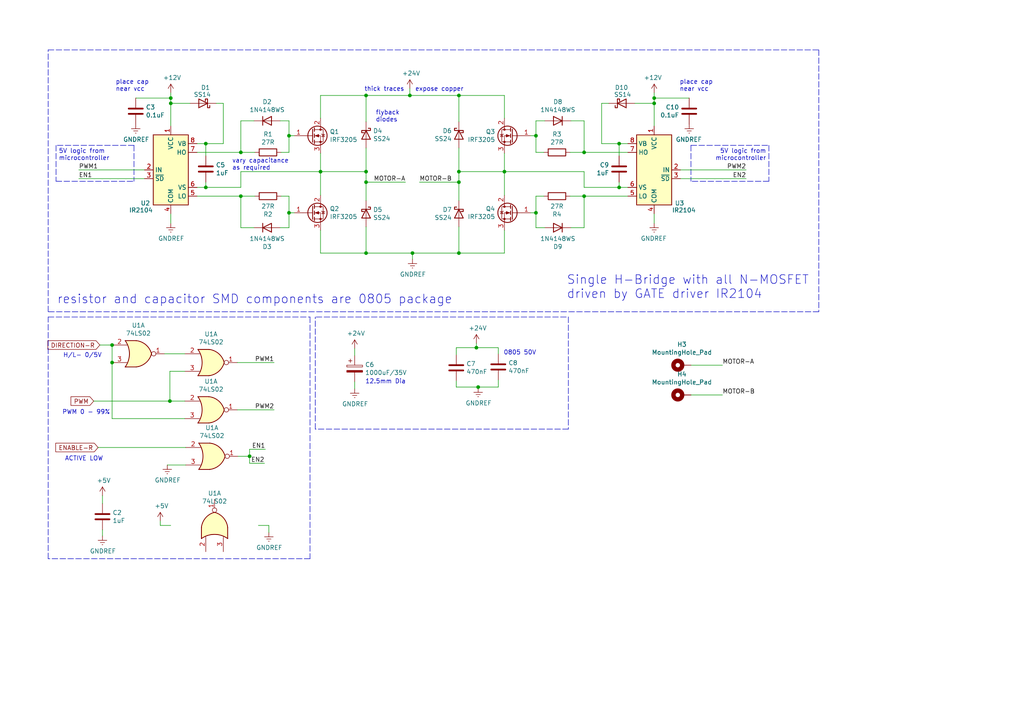
<source format=kicad_sch>
(kicad_sch (version 20211123) (generator eeschema)
  (paper "A4")
  (lib_symbols
    (symbol "74xx:74LS02" (pin_names (offset 1.016))
      (property "Reference" "U" (at 0 1.27 0))
      (property "Value" "74LS02" (at 0 -1.27 0))
      (symbol "74LS02_1_1"
        (arc (start -3.81 -3.81) (mid -2.589 0) (end -3.81 3.81) (stroke (width 0.254)))
        (arc (start -0.6096 -3.81) (mid 2.1855 -2.584) (end 3.81 0) (stroke (width 0.254)) (fill (type background)))
        (polyline (pts (xy -3.81 -3.81) (xy -0.635 -3.81)) (stroke (width 0.254)) (fill (type background)))
        (polyline (pts (xy -3.81 3.81) (xy -0.635 3.81)) (stroke (width 0.254)) (fill (type background)))
        (polyline (pts (xy -0.635 3.81) (xy -3.81 3.81) (xy -3.81 3.81) (xy -3.556 3.4036) (xy -3.0226 2.2606) (xy -2.6924 1.0414) (xy -2.6162 -0.254) (xy -2.7686 -1.4986) (xy -3.175 -2.7178) (xy -3.81 -3.81) (xy -3.81 -3.81) (xy -0.635 -3.81)) (stroke (width -25.4)) (fill (type background)))
        (arc (start 3.81 0) (mid 2.1928 2.5925) (end -0.6096 3.81) (stroke (width 0.254)) (fill (type background)))
        (pin output inverted (at 7.62 0 180) (length 3.81) (name "~") (number "1"))
        (pin input line (at -7.62 2.54 0) (length 4.318) (name "~") (number "2"))
        (pin input line (at -7.62 -2.54 0) (length 4.318) (name "~") (number "3"))
      )
      (symbol "74LS02_1_2"
        (arc (start 0 -3.81) (mid 3.81 0) (end 0 3.81) (stroke (width 0.254)) (fill (type background)))
        (polyline (pts (xy 0 3.81) (xy -3.81 3.81) (xy -3.81 -3.81) (xy 0 -3.81)) (stroke (width 0.254)) (fill (type background)))
        (pin output line (at 7.62 0 180) (length 3.81) (name "~") (number "1"))
        (pin input inverted (at -7.62 2.54 0) (length 3.81) (name "~") (number "2"))
        (pin input inverted (at -7.62 -2.54 0) (length 3.81) (name "~") (number "3"))
      )
      (symbol "74LS02_2_1"
        (arc (start -3.81 -3.81) (mid -2.589 0) (end -3.81 3.81) (stroke (width 0.254)))
        (arc (start -0.6096 -3.81) (mid 2.1855 -2.584) (end 3.81 0) (stroke (width 0.254)) (fill (type background)))
        (polyline (pts (xy -3.81 -3.81) (xy -0.635 -3.81)) (stroke (width 0.254)) (fill (type background)))
        (polyline (pts (xy -3.81 3.81) (xy -0.635 3.81)) (stroke (width 0.254)) (fill (type background)))
        (polyline (pts (xy -0.635 3.81) (xy -3.81 3.81) (xy -3.81 3.81) (xy -3.556 3.4036) (xy -3.0226 2.2606) (xy -2.6924 1.0414) (xy -2.6162 -0.254) (xy -2.7686 -1.4986) (xy -3.175 -2.7178) (xy -3.81 -3.81) (xy -3.81 -3.81) (xy -0.635 -3.81)) (stroke (width -25.4)) (fill (type background)))
        (arc (start 3.81 0) (mid 2.1928 2.5925) (end -0.6096 3.81) (stroke (width 0.254)) (fill (type background)))
        (pin output inverted (at 7.62 0 180) (length 3.81) (name "~") (number "4"))
        (pin input line (at -7.62 2.54 0) (length 4.318) (name "~") (number "5"))
        (pin input line (at -7.62 -2.54 0) (length 4.318) (name "~") (number "6"))
      )
      (symbol "74LS02_2_2"
        (arc (start 0 -3.81) (mid 3.81 0) (end 0 3.81) (stroke (width 0.254)) (fill (type background)))
        (polyline (pts (xy 0 3.81) (xy -3.81 3.81) (xy -3.81 -3.81) (xy 0 -3.81)) (stroke (width 0.254)) (fill (type background)))
        (pin output line (at 7.62 0 180) (length 3.81) (name "~") (number "4"))
        (pin input inverted (at -7.62 2.54 0) (length 3.81) (name "~") (number "5"))
        (pin input inverted (at -7.62 -2.54 0) (length 3.81) (name "~") (number "6"))
      )
      (symbol "74LS02_3_1"
        (arc (start -3.81 -3.81) (mid -2.589 0) (end -3.81 3.81) (stroke (width 0.254)))
        (arc (start -0.6096 -3.81) (mid 2.1855 -2.584) (end 3.81 0) (stroke (width 0.254)) (fill (type background)))
        (polyline (pts (xy -3.81 -3.81) (xy -0.635 -3.81)) (stroke (width 0.254)) (fill (type background)))
        (polyline (pts (xy -3.81 3.81) (xy -0.635 3.81)) (stroke (width 0.254)) (fill (type background)))
        (polyline (pts (xy -0.635 3.81) (xy -3.81 3.81) (xy -3.81 3.81) (xy -3.556 3.4036) (xy -3.0226 2.2606) (xy -2.6924 1.0414) (xy -2.6162 -0.254) (xy -2.7686 -1.4986) (xy -3.175 -2.7178) (xy -3.81 -3.81) (xy -3.81 -3.81) (xy -0.635 -3.81)) (stroke (width -25.4)) (fill (type background)))
        (arc (start 3.81 0) (mid 2.1928 2.5925) (end -0.6096 3.81) (stroke (width 0.254)) (fill (type background)))
        (pin output inverted (at 7.62 0 180) (length 3.81) (name "~") (number "10"))
        (pin input line (at -7.62 2.54 0) (length 4.318) (name "~") (number "8"))
        (pin input line (at -7.62 -2.54 0) (length 4.318) (name "~") (number "9"))
      )
      (symbol "74LS02_3_2"
        (arc (start 0 -3.81) (mid 3.81 0) (end 0 3.81) (stroke (width 0.254)) (fill (type background)))
        (polyline (pts (xy 0 3.81) (xy -3.81 3.81) (xy -3.81 -3.81) (xy 0 -3.81)) (stroke (width 0.254)) (fill (type background)))
        (pin output line (at 7.62 0 180) (length 3.81) (name "~") (number "10"))
        (pin input inverted (at -7.62 2.54 0) (length 3.81) (name "~") (number "8"))
        (pin input inverted (at -7.62 -2.54 0) (length 3.81) (name "~") (number "9"))
      )
      (symbol "74LS02_4_1"
        (arc (start -3.81 -3.81) (mid -2.589 0) (end -3.81 3.81) (stroke (width 0.254)))
        (arc (start -0.6096 -3.81) (mid 2.1855 -2.584) (end 3.81 0) (stroke (width 0.254)) (fill (type background)))
        (polyline (pts (xy -3.81 -3.81) (xy -0.635 -3.81)) (stroke (width 0.254)) (fill (type background)))
        (polyline (pts (xy -3.81 3.81) (xy -0.635 3.81)) (stroke (width 0.254)) (fill (type background)))
        (polyline (pts (xy -0.635 3.81) (xy -3.81 3.81) (xy -3.81 3.81) (xy -3.556 3.4036) (xy -3.0226 2.2606) (xy -2.6924 1.0414) (xy -2.6162 -0.254) (xy -2.7686 -1.4986) (xy -3.175 -2.7178) (xy -3.81 -3.81) (xy -3.81 -3.81) (xy -0.635 -3.81)) (stroke (width -25.4)) (fill (type background)))
        (arc (start 3.81 0) (mid 2.1928 2.5925) (end -0.6096 3.81) (stroke (width 0.254)) (fill (type background)))
        (pin input line (at -7.62 2.54 0) (length 4.318) (name "~") (number "11"))
        (pin input line (at -7.62 -2.54 0) (length 4.318) (name "~") (number "12"))
        (pin output inverted (at 7.62 0 180) (length 3.81) (name "~") (number "13"))
      )
      (symbol "74LS02_4_2"
        (arc (start 0 -3.81) (mid 3.81 0) (end 0 3.81) (stroke (width 0.254)) (fill (type background)))
        (polyline (pts (xy 0 3.81) (xy -3.81 3.81) (xy -3.81 -3.81) (xy 0 -3.81)) (stroke (width 0.254)) (fill (type background)))
        (pin input inverted (at -7.62 2.54 0) (length 3.81) (name "~") (number "11"))
        (pin input inverted (at -7.62 -2.54 0) (length 3.81) (name "~") (number "12"))
        (pin output line (at 7.62 0 180) (length 3.81) (name "~") (number "13"))
      )
      (symbol "74LS02_5_0"
        (pin power_in line (at 0 12.7 270) (length 5.08) (name "VCC") (number "14"))
        (pin power_in line (at 0 -12.7 90) (length 5.08) (name "GND") (number "7"))
      )
      (symbol "74LS02_5_1"
        (rectangle (start -5.08 7.62) (end 5.08 -7.62) (stroke (width 0.254)) (fill (type background)))
      )
    )
    (symbol "Device:C" (pin_numbers hide) (pin_names (offset 0.254))
      (property "Reference" "C" (at 0.635 2.54 0))
      (property "Value" "C" (at 0.635 -2.54 0))
      (symbol "C_0_1"
        (polyline (pts (xy -2.032 -0.762) (xy 2.032 -0.762)) (stroke (width 0.508)))
        (polyline (pts (xy -2.032 0.762) (xy 2.032 0.762)) (stroke (width 0.508)))
      )
      (symbol "C_1_1"
        (pin passive line (at 0 3.81 270) (length 2.794) (name "~") (number "1"))
        (pin passive line (at 0 -3.81 90) (length 2.794) (name "~") (number "2"))
      )
    )
    (symbol "Device:CP" (pin_numbers hide) (pin_names (offset 0.254))
      (property "Reference" "C" (at 0.635 2.54 0))
      (property "Value" "Device_CP" (at 0.635 -2.54 0))
      (symbol "CP_0_1"
        (rectangle (start -2.286 0.508) (end 2.286 1.016))
        (polyline (pts (xy -1.778 2.286) (xy -0.762 2.286)))
        (polyline (pts (xy -1.27 2.794) (xy -1.27 1.778)))
        (rectangle (start 2.286 -0.508) (end -2.286 -1.016) (fill (type outline)))
      )
      (symbol "CP_1_1"
        (pin passive line (at 0 3.81 270) (length 2.794) (name "~") (number "1"))
        (pin passive line (at 0 -3.81 90) (length 2.794) (name "~") (number "2"))
      )
    )
    (symbol "Device:D_Schottky" (pin_numbers hide) (pin_names (offset 1.016) hide)
      (property "Reference" "D" (at 0 2.54 0))
      (property "Value" "D_Schottky" (at 0 -2.54 0))
      (symbol "D_Schottky_0_1"
        (polyline (pts (xy 1.27 0) (xy -1.27 0)))
        (polyline (pts (xy 1.27 1.27) (xy 1.27 -1.27) (xy -1.27 0) (xy 1.27 1.27)) (stroke (width 0.254)))
        (polyline (pts (xy -1.905 0.635) (xy -1.905 1.27) (xy -1.27 1.27) (xy -1.27 -1.27) (xy -0.635 -1.27) (xy -0.635 -0.635)) (stroke (width 0.254)))
      )
      (symbol "D_Schottky_1_1"
        (pin passive line (at -3.81 0 0) (length 2.54) (name "K") (number "1"))
        (pin passive line (at 3.81 0 180) (length 2.54) (name "A") (number "2"))
      )
    )
    (symbol "Device:R" (pin_numbers hide) (pin_names (offset 0))
      (property "Reference" "R" (at 2.032 0 90))
      (property "Value" "R" (at 0 0 90))
      (symbol "R_0_1"
        (rectangle (start -1.016 -2.54) (end 1.016 2.54) (stroke (width 0.254)))
      )
      (symbol "R_1_1"
        (pin passive line (at 0 3.81 270) (length 1.27) (name "~") (number "1"))
        (pin passive line (at 0 -3.81 90) (length 1.27) (name "~") (number "2"))
      )
    )
    (symbol "Diode:1N4148WS" (pin_numbers hide) (pin_names (offset 1.016) hide)
      (property "Reference" "D" (at 0 2.54 0))
      (property "Value" "1N4148WS" (at 0 -2.54 0))
      (symbol "1N4148WS_0_1"
        (polyline (pts (xy -1.27 1.27) (xy -1.27 -1.27)) (stroke (width 0.254)))
        (polyline (pts (xy 1.27 0) (xy -1.27 0)))
        (polyline (pts (xy 1.27 1.27) (xy 1.27 -1.27) (xy -1.27 0) (xy 1.27 1.27)) (stroke (width 0.254)))
      )
      (symbol "1N4148WS_1_1"
        (pin passive line (at -3.81 0 0) (length 2.54) (name "K") (number "1"))
        (pin passive line (at 3.81 0 180) (length 2.54) (name "A") (number "2"))
      )
    )
    (symbol "Driver_FET:IR2104"
      (property "Reference" "U" (at 1.27 13.335 0))
      (property "Value" "IR2104" (at 1.27 11.43 0))
      (symbol "IR2104_0_1"
        (rectangle (start -5.08 -10.16) (end 5.08 10.16) (stroke (width 0.254)) (fill (type background)))
      )
      (symbol "IR2104_1_1"
        (pin power_in line (at 0 12.7 270) (length 2.54) (name "VCC") (number "1"))
        (pin input line (at -7.62 0 0) (length 2.54) (name "IN") (number "2"))
        (pin input line (at -7.62 -2.54 0) (length 2.54) (name "~{SD}") (number "3"))
        (pin power_in line (at 0 -12.7 90) (length 2.54) (name "COM") (number "4"))
        (pin output line (at 7.62 -7.62 180) (length 2.54) (name "LO") (number "5"))
        (pin passive line (at 7.62 -5.08 180) (length 2.54) (name "VS") (number "6"))
        (pin output line (at 7.62 5.08 180) (length 2.54) (name "HO") (number "7"))
        (pin passive line (at 7.62 7.62 180) (length 2.54) (name "VB") (number "8"))
      )
    )
    (symbol "Mechanical:MountingHole_Pad" (pin_numbers hide) (pin_names (offset 1.016) hide)
      (property "Reference" "H" (at 0 6.35 0))
      (property "Value" "MountingHole_Pad" (at 0 4.445 0))
      (symbol "MountingHole_Pad_0_1"
        (circle (center 0 1.27) (radius 1.27) (stroke (width 1.27)))
      )
      (symbol "MountingHole_Pad_1_1"
        (pin input line (at 0 -2.54 90) (length 2.54) (name "1") (number "1"))
      )
    )
    (symbol "Transistor_FET:IRF3205" (pin_names hide)
      (property "Reference" "Q" (at 6.35 1.905 0))
      (property "Value" "IRF3205" (at 6.35 0 0))
      (symbol "IRF3205_0_1"
        (polyline (pts (xy 0.254 0) (xy -2.54 0)))
        (polyline (pts (xy 0.254 1.905) (xy 0.254 -1.905)) (stroke (width 0.254)))
        (polyline (pts (xy 0.762 -1.27) (xy 0.762 -2.286)) (stroke (width 0.254)))
        (polyline (pts (xy 0.762 0.508) (xy 0.762 -0.508)) (stroke (width 0.254)))
        (polyline (pts (xy 0.762 2.286) (xy 0.762 1.27)) (stroke (width 0.254)))
        (polyline (pts (xy 2.54 2.54) (xy 2.54 1.778)))
        (polyline (pts (xy 2.54 -2.54) (xy 2.54 0) (xy 0.762 0)))
        (polyline (pts (xy 0.762 -1.778) (xy 3.302 -1.778) (xy 3.302 1.778) (xy 0.762 1.778)))
        (polyline (pts (xy 1.016 0) (xy 2.032 0.381) (xy 2.032 -0.381) (xy 1.016 0)) (fill (type outline)))
        (polyline (pts (xy 2.794 0.508) (xy 2.921 0.381) (xy 3.683 0.381) (xy 3.81 0.254)))
        (polyline (pts (xy 3.302 0.381) (xy 2.921 -0.254) (xy 3.683 -0.254) (xy 3.302 0.381)))
        (circle (center 1.651 0) (radius 2.794) (stroke (width 0.254)))
        (circle (center 2.54 -1.778) (radius 0.254) (fill (type outline)))
        (circle (center 2.54 1.778) (radius 0.254) (fill (type outline)))
      )
      (symbol "IRF3205_1_1"
        (pin input line (at -5.08 0 0) (length 2.54) (name "G") (number "1"))
        (pin passive line (at 2.54 5.08 270) (length 2.54) (name "D") (number "2"))
        (pin passive line (at 2.54 -5.08 90) (length 2.54) (name "S") (number "3"))
      )
    )
    (symbol "power:+12V" (power) (pin_names (offset 0))
      (property "Value" "+12V" (at 0 3.556 0))
      (symbol "+12V_0_1"
        (polyline (pts (xy -0.762 1.27) (xy 0 2.54)))
        (polyline (pts (xy 0 0) (xy 0 2.54)))
        (polyline (pts (xy 0 2.54) (xy 0.762 1.27)))
      )
      (symbol "+12V_1_1"
        (pin power_in line (at 0 0 90) (length 0) hide (name "+12V") (number "1"))
      )
    )
    (symbol "power:+24V" (power) (pin_names (offset 0))
      (property "Value" "+24V" (at 0 3.556 0))
      (symbol "+24V_0_1"
        (polyline (pts (xy -0.762 1.27) (xy 0 2.54)))
        (polyline (pts (xy 0 0) (xy 0 2.54)))
        (polyline (pts (xy 0 2.54) (xy 0.762 1.27)))
      )
      (symbol "+24V_1_1"
        (pin power_in line (at 0 0 90) (length 0) hide (name "+24V") (number "1"))
      )
    )
    (symbol "power:+5V" (power) (pin_names (offset 0))
      (property "Value" "+5V" (at 0 3.556 0))
      (symbol "+5V_0_1"
        (polyline (pts (xy -0.762 1.27) (xy 0 2.54)))
        (polyline (pts (xy 0 0) (xy 0 2.54)))
        (polyline (pts (xy 0 2.54) (xy 0.762 1.27)))
      )
      (symbol "+5V_1_1"
        (pin power_in line (at 0 0 90) (length 0) hide (name "+5V") (number "1"))
      )
    )
    (symbol "power:GNDREF" (power) (pin_names (offset 0))
      (property "Value" "GNDREF" (at 0 -3.81 0))
      (symbol "GNDREF_0_1"
        (polyline (pts (xy -0.635 -1.905) (xy 0.635 -1.905)))
        (polyline (pts (xy -0.127 -2.54) (xy 0.127 -2.54)))
        (polyline (pts (xy 0 -1.27) (xy 0 0)))
        (polyline (pts (xy 1.27 -1.27) (xy -1.27 -1.27)))
      )
      (symbol "GNDREF_1_1"
        (pin power_in line (at 0 0 270) (length 0) hide (name "GNDREF") (number "1"))
      )
    )
  )
  (junction (at 133.096 49.784))
  (junction (at 179.578 54.356))
  (junction (at 133.096 52.832))
  (junction (at 155.448 39.37))
  (junction (at 106.172 52.832))
  (junction (at 69.85 56.896))
  (junction (at 32.512 100.076))
  (junction (at 119.634 73.406))
  (junction (at 106.172 73.406))
  (junction (at 155.448 61.722))
  (junction (at 138.176 100.838))
  (junction (at 189.738 28.448))
  (junction (at 133.096 73.406))
  (junction (at 106.172 27.686))
  (junction (at 138.684 112.268))
  (junction (at 133.096 27.686))
  (junction (at 32.512 105.156))
  (junction (at 72.39 132.334))
  (junction (at 106.172 49.784))
  (junction (at 59.69 54.356))
  (junction (at 169.418 56.896))
  (junction (at 49.276 116.332))
  (junction (at 146.304 49.784))
  (junction (at 118.872 27.686))
  (junction (at 83.82 61.722))
  (junction (at 49.53 29.972))
  (junction (at 92.964 49.784))
  (junction (at 69.85 44.196))
  (junction (at 189.738 29.972))
  (junction (at 49.53 28.448))
  (junction (at 59.69 41.656))
  (junction (at 83.82 39.37))
  (junction (at 169.418 44.196))
  (junction (at 179.578 41.656))
  (wire (pts (xy 92.964 34.29) (xy 92.964 27.686)))
  (wire (pts (xy 182.118 56.896) (xy 169.418 56.896)))
  (wire (pts (xy 179.578 45.212) (xy 179.578 41.656)))
  (wire (pts (xy 174.498 29.972) (xy 174.498 41.656)))
  (wire (pts (xy 49.276 116.332) (xy 27.178 116.332)))
  (wire (pts (xy 106.172 73.406) (xy 106.172 65.786)))
  (wire (pts (xy 106.172 52.832) (xy 106.172 58.166)))
  (wire (pts (xy 197.358 49.276) (xy 216.408 49.276)))
  (wire (pts (xy 169.418 54.356) (xy 169.418 49.784)))
  (wire (pts (xy 49.53 64.77) (xy 49.53 61.976)))
  (wire (pts (xy 155.448 61.722) (xy 155.448 56.896)))
  (wire (pts (xy 155.448 35.052) (xy 155.448 39.37)))
  (polyline (pts (xy 13.97 90.424) (xy 13.97 14.478)))
  (wire (pts (xy 133.096 49.784) (xy 133.096 52.832)))
  (wire (pts (xy 119.634 75.184) (xy 119.634 73.406)))
  (wire (pts (xy 132.334 112.268) (xy 138.684 112.268)))
  (wire (pts (xy 72.39 132.334) (xy 72.39 134.366)))
  (wire (pts (xy 106.172 27.686) (xy 118.872 27.686)))
  (wire (pts (xy 59.69 45.212) (xy 59.69 41.656)))
  (wire (pts (xy 133.096 73.406) (xy 133.096 65.786)))
  (wire (pts (xy 155.448 56.896) (xy 157.734 56.896)))
  (wire (pts (xy 118.872 27.686) (xy 118.872 25.654)))
  (wire (pts (xy 69.088 132.334) (xy 72.39 132.334)))
  (wire (pts (xy 169.418 44.196) (xy 165.354 44.196)))
  (wire (pts (xy 74.93 152.4) (xy 77.978 152.4)))
  (wire (pts (xy 57.15 44.196) (xy 69.85 44.196)))
  (wire (pts (xy 133.096 42.926) (xy 133.096 49.784)))
  (wire (pts (xy 41.91 49.276) (xy 22.86 49.276)))
  (wire (pts (xy 41.91 51.816) (xy 22.86 51.816)))
  (wire (pts (xy 176.53 29.972) (xy 174.498 29.972)))
  (polyline (pts (xy 91.44 124.46) (xy 91.44 91.948)))
  (wire (pts (xy 197.358 51.816) (xy 216.408 51.816)))
  (wire (pts (xy 133.096 27.686) (xy 133.096 35.306)))
  (wire (pts (xy 92.964 49.784) (xy 92.964 56.642)))
  (wire (pts (xy 69.85 66.04) (xy 69.85 56.896)))
  (wire (pts (xy 83.82 44.196) (xy 81.534 44.196)))
  (wire (pts (xy 49.276 107.696) (xy 49.276 116.332)))
  (wire (pts (xy 182.118 44.196) (xy 169.418 44.196)))
  (wire (pts (xy 132.334 110.49) (xy 132.334 112.268)))
  (wire (pts (xy 174.498 41.656) (xy 179.578 41.656)))
  (polyline (pts (xy 38.862 42.164) (xy 16.256 42.164)))
  (polyline (pts (xy 13.97 162.052) (xy 13.97 91.948)))
  (wire (pts (xy 85.344 39.37) (xy 83.82 39.37)))
  (wire (pts (xy 59.69 54.356) (xy 69.85 54.356)))
  (wire (pts (xy 53.594 107.696) (xy 49.276 107.696)))
  (wire (pts (xy 57.15 54.356) (xy 59.69 54.356)))
  (wire (pts (xy 69.85 54.356) (xy 69.85 49.784)))
  (wire (pts (xy 119.634 73.406) (xy 133.096 73.406)))
  (wire (pts (xy 46.482 152.4) (xy 49.53 152.4)))
  (wire (pts (xy 32.512 105.156) (xy 32.512 121.412)))
  (wire (pts (xy 77.978 152.4) (xy 77.978 154.432)))
  (wire (pts (xy 157.988 35.052) (xy 155.448 35.052)))
  (wire (pts (xy 169.418 49.784) (xy 146.304 49.784)))
  (wire (pts (xy 102.87 112.776) (xy 102.87 110.744)))
  (wire (pts (xy 29.718 155.448) (xy 29.718 153.67)))
  (wire (pts (xy 189.738 64.77) (xy 189.738 61.976)))
  (wire (pts (xy 49.53 26.924) (xy 49.53 28.448)))
  (wire (pts (xy 92.964 66.802) (xy 92.964 73.406)))
  (wire (pts (xy 184.15 29.972) (xy 189.738 29.972)))
  (wire (pts (xy 81.28 35.052) (xy 83.82 35.052)))
  (wire (pts (xy 29.718 146.05) (xy 29.718 143.764)))
  (wire (pts (xy 169.418 35.052) (xy 169.418 44.196)))
  (wire (pts (xy 62.738 29.972) (xy 64.77 29.972)))
  (wire (pts (xy 179.578 54.356) (xy 179.578 52.832)))
  (wire (pts (xy 146.304 73.406) (xy 133.096 73.406)))
  (wire (pts (xy 73.66 35.052) (xy 69.85 35.052)))
  (wire (pts (xy 138.176 100.838) (xy 144.526 100.838)))
  (wire (pts (xy 49.53 29.972) (xy 49.53 36.576)))
  (wire (pts (xy 92.964 44.45) (xy 92.964 49.784)))
  (wire (pts (xy 179.578 41.656) (xy 182.118 41.656)))
  (polyline (pts (xy 164.846 91.948) (xy 164.846 124.46)))
  (wire (pts (xy 68.834 105.156) (xy 79.502 105.156)))
  (wire (pts (xy 69.85 35.052) (xy 69.85 44.196)))
  (polyline (pts (xy 200.406 42.164) (xy 223.012 42.164)))
  (wire (pts (xy 55.118 29.972) (xy 49.53 29.972)))
  (wire (pts (xy 85.344 61.722) (xy 83.82 61.722)))
  (polyline (pts (xy 223.012 42.164) (xy 223.012 52.578)))
  (wire (pts (xy 144.526 110.236) (xy 144.526 112.268)))
  (wire (pts (xy 106.172 27.686) (xy 106.172 35.306)))
  (wire (pts (xy 189.738 29.972) (xy 189.738 36.576)))
  (wire (pts (xy 83.82 56.896) (xy 81.534 56.896)))
  (wire (pts (xy 72.39 134.366) (xy 76.708 134.366)))
  (wire (pts (xy 155.448 66.04) (xy 155.448 61.722)))
  (wire (pts (xy 32.512 105.156) (xy 32.512 100.076)))
  (wire (pts (xy 155.448 39.37) (xy 155.448 44.196)))
  (wire (pts (xy 157.988 66.04) (xy 155.448 66.04)))
  (wire (pts (xy 102.87 101.092) (xy 102.87 103.124)))
  (wire (pts (xy 83.82 61.722) (xy 83.82 56.896)))
  (wire (pts (xy 46.482 151.13) (xy 46.482 152.4)))
  (polyline (pts (xy 89.916 91.948) (xy 89.916 162.052)))
  (wire (pts (xy 138.176 99.568) (xy 138.176 100.838)))
  (wire (pts (xy 153.924 61.722) (xy 155.448 61.722)))
  (wire (pts (xy 106.172 42.926) (xy 106.172 49.784)))
  (wire (pts (xy 47.752 102.616) (xy 53.594 102.616)))
  (wire (pts (xy 165.608 35.052) (xy 169.418 35.052)))
  (polyline (pts (xy 237.49 90.424) (xy 13.97 90.424)))
  (wire (pts (xy 121.666 52.832) (xy 133.096 52.832)))
  (wire (pts (xy 118.872 27.686) (xy 133.096 27.686)))
  (polyline (pts (xy 200.406 42.164) (xy 200.406 52.578)))
  (wire (pts (xy 59.69 41.656) (xy 57.15 41.656)))
  (polyline (pts (xy 16.256 52.578) (xy 38.862 52.578)))
  (wire (pts (xy 165.608 66.04) (xy 169.418 66.04)))
  (wire (pts (xy 69.85 56.896) (xy 73.914 56.896)))
  (polyline (pts (xy 223.012 52.578) (xy 200.406 52.578)))
  (wire (pts (xy 64.77 29.972) (xy 64.77 41.656)))
  (wire (pts (xy 83.82 35.052) (xy 83.82 39.37)))
  (wire (pts (xy 133.096 52.832) (xy 133.096 58.166)))
  (wire (pts (xy 53.848 129.794) (xy 28.448 129.794)))
  (wire (pts (xy 189.738 26.924) (xy 189.738 28.448)))
  (wire (pts (xy 182.118 54.356) (xy 179.578 54.356)))
  (wire (pts (xy 83.82 39.37) (xy 83.82 44.196)))
  (wire (pts (xy 138.684 112.268) (xy 138.684 112.522)))
  (wire (pts (xy 179.578 54.356) (xy 169.418 54.356)))
  (polyline (pts (xy 89.916 162.052) (xy 13.97 162.052)))
  (polyline (pts (xy 91.694 91.948) (xy 164.846 91.948)))
  (wire (pts (xy 92.964 27.686) (xy 106.172 27.686)))
  (wire (pts (xy 39.37 28.448) (xy 49.53 28.448)))
  (wire (pts (xy 169.418 66.04) (xy 169.418 56.896)))
  (polyline (pts (xy 16.256 42.164) (xy 16.256 52.578)))
  (polyline (pts (xy 38.862 42.164) (xy 38.862 52.578)))
  (wire (pts (xy 169.418 56.896) (xy 165.354 56.896)))
  (wire (pts (xy 32.512 100.076) (xy 28.956 100.076)))
  (wire (pts (xy 73.66 66.04) (xy 69.85 66.04)))
  (polyline (pts (xy 237.49 14.478) (xy 237.49 90.424)))
  (wire (pts (xy 64.77 41.656) (xy 59.69 41.656)))
  (polyline (pts (xy 164.846 124.46) (xy 91.44 124.46)))
  (wire (pts (xy 57.15 56.896) (xy 69.85 56.896)))
  (wire (pts (xy 200.406 114.554) (xy 209.55 114.554)))
  (wire (pts (xy 146.304 49.784) (xy 133.096 49.784)))
  (wire (pts (xy 146.304 34.29) (xy 146.304 27.686)))
  (wire (pts (xy 49.276 116.332) (xy 53.594 116.332)))
  (wire (pts (xy 146.304 44.45) (xy 146.304 49.784)))
  (wire (pts (xy 53.848 134.874) (xy 48.514 134.874)))
  (wire (pts (xy 69.85 49.784) (xy 92.964 49.784)))
  (wire (pts (xy 199.898 28.448) (xy 189.738 28.448)))
  (wire (pts (xy 117.602 52.832) (xy 106.172 52.832)))
  (wire (pts (xy 189.738 28.448) (xy 189.738 29.972)))
  (wire (pts (xy 83.82 66.04) (xy 83.82 61.722)))
  (wire (pts (xy 155.448 44.196) (xy 157.734 44.196)))
  (wire (pts (xy 68.834 118.872) (xy 79.502 118.872)))
  (wire (pts (xy 72.39 130.302) (xy 76.962 130.302)))
  (polyline (pts (xy 13.97 14.478) (xy 237.49 14.478)))
  (wire (pts (xy 146.304 27.686) (xy 133.096 27.686)))
  (wire (pts (xy 59.69 54.356) (xy 59.69 52.832)))
  (wire (pts (xy 146.304 49.784) (xy 146.304 56.642)))
  (wire (pts (xy 49.53 28.448) (xy 49.53 29.972)))
  (wire (pts (xy 92.964 73.406) (xy 106.172 73.406)))
  (wire (pts (xy 132.334 100.838) (xy 132.334 102.87)))
  (wire (pts (xy 144.526 112.268) (xy 138.684 112.268)))
  (wire (pts (xy 146.304 66.802) (xy 146.304 73.406)))
  (wire (pts (xy 72.39 132.334) (xy 72.39 130.302)))
  (wire (pts (xy 200.406 105.918) (xy 209.55 105.918)))
  (wire (pts (xy 144.526 100.838) (xy 144.526 102.616)))
  (wire (pts (xy 153.924 39.37) (xy 155.448 39.37)))
  (wire (pts (xy 106.172 73.406) (xy 119.634 73.406)))
  (wire (pts (xy 138.176 100.838) (xy 132.334 100.838)))
  (wire (pts (xy 69.85 44.196) (xy 73.914 44.196)))
  (wire (pts (xy 92.964 49.784) (xy 106.172 49.784)))
  (wire (pts (xy 81.28 66.04) (xy 83.82 66.04)))
  (wire (pts (xy 106.172 49.784) (xy 106.172 52.832)))
  (wire (pts (xy 32.512 121.412) (xy 53.594 121.412)))
  (polyline (pts (xy 13.97 91.948) (xy 89.916 91.948)))
  (text "PWM 0 - 99%" (at 18.034 120.396 0) (effects (font (size 1.27 1.27)) (justify left bottom)))
  (text "place cap \nnear vcc" (at 197.104 26.67 0) (effects (font (size 1.27 1.27)) (justify left bottom)))
  (text "thick traces" (at 105.664 26.67 0) (effects (font (size 1.27 1.27)) (justify left bottom)))
  (text "ACTIVE LOW" (at 18.796 133.858 0) (effects (font (size 1.27 1.27)) (justify left bottom)))
  (text "5V logic from\nmicrocontroller\n\n" (at 222.25 48.768 180) (effects (font (size 1.27 1.27)) (justify right bottom)))
  (text "flyback\ndiodes" (at 108.966 35.56 0) (effects (font (size 1.27 1.27)) (justify left bottom)))
  (text "resistor and capacitor SMD components are 0805 package" (at 16.51 88.392 0) (effects (font (size 2.54 2.54)) (justify left bottom)))
  (text "5V logic from\nmicrocontroller\n\n" (at 17.018 48.768 0) (effects (font (size 1.27 1.27)) (justify left bottom)))
  (text "place cap \nnear vcc" (at 33.528 26.67 0) (effects (font (size 1.27 1.27)) (justify left bottom)))
  (text "12.5mm Dia" (at 105.918 111.506 0) (effects (font (size 1.27 1.27)) (justify left bottom)))
  (text "H/L- 0/5V" (at 18.288 103.886 0) (effects (font (size 1.27 1.27)) (justify left bottom)))
  (text "0805 50V" (at 146.05 103.124 0) (effects (font (size 1.27 1.27)) (justify left bottom)))
  (text "expose copper" (at 120.396 26.67 0) (effects (font (size 1.27 1.27)) (justify left bottom)))
  (text "Single H-Bridge with all N-MOSFET\ndriven by GATE driver IR2104" (at 164.338 86.868 0) (effects (font (size 2.54 2.54)) (justify left bottom)))
  (text "vary capacitance\nas required" (at 67.31 49.53 0) (effects (font (size 1.27 1.27)) (justify left bottom)))
  (label "PWM2" (at 216.408 49.276 180))
  (label "PWM1" (at 22.86 49.276 0))
  (label "EN1" (at 22.86 51.816 0))
  (label "MOTOR-A" (at 117.602 52.832 180))
  (label "PWM1" (at 79.502 105.156 180))
  (label "EN1" (at 76.962 130.302 180))
  (label "MOTOR-B" (at 209.55 114.554 0))
  (label "PWM2" (at 79.502 118.872 180))
  (label "EN2" (at 216.408 51.816 180))
  (label "MOTOR-B" (at 121.666 52.832 0))
  (label "EN2" (at 76.708 134.366 180))
  (label "MOTOR-A" (at 209.55 105.918 0))
  (global_label "DIRECTION-R" (shape input) (at 28.956 100.076 180) (property "Intersheet References" "${INTERSHEET_REFS}" (effects hide)))
  (global_label "ENABLE-R" (shape input) (at 28.448 129.794 180) (property "Intersheet References" "${INTERSHEET_REFS}" (effects hide)))
  (global_label "PWM" (shape input) (at 27.178 116.332 180) (property "Intersheet References" "${INTERSHEET_REFS}" (effects hide)))
  (symbol (lib_id "Mechanical:MountingHole_Pad") (at 197.866 105.918 90)
    (property "Reference" "H3" (at 197.7898 99.8982 90))
    (property "Value" "MountingHole_Pad" (at 197.7898 102.2096 90))
    (property "Footprint" "MountingHole:MountingHole_2.2mm_M2_Pad_Via" (effects hide))
  )
  (symbol (lib_id "Mechanical:MountingHole_Pad") (at 197.866 114.554 90)
    (property "Reference" "H4" (at 197.7898 108.5342 90))
    (property "Value" "MountingHole_Pad" (at 197.7898 110.8456 90))
    (property "Footprint" "MountingHole:MountingHole_2.2mm_M2_Pad_Via" (effects hide))
  )
  (symbol (lib_id "Driver_FET:IR2104") (at 49.53 49.276 0)
    (property "Reference" "U2" (at 42.164 58.928 0))
    (property "Value" "IR2104" (at 40.894 60.96 0))
    (property "Footprint" "Package_SO:SOIC-8_3.9x4.9mm_P1.27mm" (effects hide))
    (property "Datasheet" "https://www.infineon.com/dgdl/ir2104.pdf?fileId=5546d462533600a4015355c7c1c31671" (effects hide))
  )
  (symbol (lib_id "power:+12V") (at 49.53 26.924 0)
    (property "Reference" "#PWR010" (effects hide))
    (property "Value" "+12V" (at 49.911 22.5298 0))
  )
  (symbol (lib_id "power:GNDREF") (at 49.53 64.77 0)
    (property "Reference" "#PWR011" (effects hide))
    (property "Value" "GNDREF" (at 49.657 69.1642 0))
  )
  (symbol (lib_id "Device:C") (at 39.37 32.258 0)
    (property "Reference" "C3" (at 42.291 31.0896 0) (effects (justify left)))
    (property "Value" "0.1uF" (at 42.291 33.401 0) (effects (justify left)))
    (property "Footprint" "Capacitor_SMD:C_0805_2012Metric" (effects hide))
  )
  (symbol (lib_id "Device:D_Schottky") (at 58.928 29.972 180)
    (property "Reference" "D1" (at 60.96 25.4 0) (effects (justify left)))
    (property "Value" "SS14" (at 61.214 27.432 0) (effects (justify left)))
    (property "Footprint" "Diode_SMD:D_SMA" (effects hide))
  )
  (symbol (lib_id "Device:C") (at 59.69 49.022 0)
    (property "Reference" "C5" (at 62.611 47.8536 0) (effects (justify left)))
    (property "Value" "1uF" (at 62.611 50.165 0) (effects (justify left)))
    (property "Footprint" "Capacitor_SMD:C_0805_2012Metric" (effects hide))
  )
  (symbol (lib_id "power:GNDREF") (at 39.37 36.068 0)
    (property "Reference" "#PWR05" (effects hide))
    (property "Value" "GNDREF" (at 39.497 40.4622 0))
  )
  (symbol (lib_id "power:+24V") (at 118.872 25.654 0)
    (property "Reference" "#PWR015" (effects hide))
    (property "Value" "+24V" (at 119.253 21.2598 0))
  )
  (symbol (lib_id "Device:D_Schottky") (at 106.172 39.116 270)
    (property "Reference" "D4" (at 108.204 37.9476 90) (effects (justify left)))
    (property "Value" "SS24" (at 108.204 40.259 90) (effects (justify left)))
    (property "Footprint" "Diode_SMD:D_SMA" (effects hide))
  )
  (symbol (lib_id "Transistor_FET:IRF3205") (at 90.424 39.37 0)
    (property "Reference" "Q1" (at 95.631 38.2016 0) (effects (justify left)))
    (property "Value" "IRF3205" (at 95.631 40.513 0) (effects (justify left)))
    (property "Footprint" "Package_TO_SOT_THT:TO-220-3_Vertical" (effects hide))
    (property "Datasheet" "http://www.irf.com/product-info/datasheets/data/irf3205.pdf" (effects hide))
  )
  (symbol (lib_id "Diode:1N4148WS") (at 77.47 35.052 0)
    (property "Reference" "D2" (at 77.47 29.5402 0))
    (property "Value" "1N4148WS" (at 77.47 31.8516 0))
    (property "Footprint" "Diode_SMD:D_SOD-323" (effects hide))
    (property "Datasheet" "https://www.vishay.com/docs/85751/1n4148ws.pdf" (effects hide))
  )
  (symbol (lib_id "Device:R") (at 77.724 44.196 270)
    (property "Reference" "R1" (at 77.724 38.9382 90))
    (property "Value" "27R" (at 77.724 41.2496 90))
    (property "Footprint" "Resistor_SMD:R_0805_2012Metric" (effects hide))
  )
  (symbol (lib_id "Device:D_Schottky") (at 106.172 61.976 270)
    (property "Reference" "D5" (at 108.204 60.8076 90) (effects (justify left)))
    (property "Value" "SS24" (at 108.204 63.119 90) (effects (justify left)))
    (property "Footprint" "Diode_SMD:D_SMA" (effects hide))
  )
  (symbol (lib_id "Transistor_FET:IRF3205") (at 90.424 61.722 0)
    (property "Reference" "Q2" (at 95.631 60.5536 0) (effects (justify left)))
    (property "Value" "IRF3205" (at 95.631 62.865 0) (effects (justify left)))
    (property "Footprint" "Package_TO_SOT_THT:TO-220-3_Vertical" (effects hide))
    (property "Datasheet" "http://www.irf.com/product-info/datasheets/data/irf3205.pdf" (effects hide))
  )
  (symbol (lib_id "Diode:1N4148WS") (at 77.47 66.04 0) (mirror x)
    (property "Reference" "D3" (at 77.47 71.5518 0))
    (property "Value" "1N4148WS" (at 77.47 69.2404 0))
    (property "Footprint" "Diode_SMD:D_SOD-323" (effects hide))
    (property "Datasheet" "https://www.vishay.com/docs/85751/1n4148ws.pdf" (effects hide))
  )
  (symbol (lib_id "Device:R") (at 77.724 56.896 270) (mirror x)
    (property "Reference" "R2" (at 77.724 62.1538 90))
    (property "Value" "27R" (at 77.724 59.8424 90))
    (property "Footprint" "Resistor_SMD:R_0805_2012Metric" (effects hide))
  )
  (symbol (lib_id "Driver_FET:IR2104") (at 189.738 49.276 0) (mirror y)
    (property "Reference" "U3" (at 197.104 58.928 0))
    (property "Value" "IR2104" (at 198.374 60.96 0))
    (property "Footprint" "Package_SO:SOIC-8_3.9x4.9mm_P1.27mm" (effects hide))
    (property "Datasheet" "https://www.infineon.com/dgdl/ir2104.pdf?fileId=5546d462533600a4015355c7c1c31671" (effects hide))
  )
  (symbol (lib_id "power:+12V") (at 189.738 26.924 0) (mirror y)
    (property "Reference" "#PWR019" (effects hide))
    (property "Value" "+12V" (at 189.357 22.5298 0))
  )
  (symbol (lib_id "power:GNDREF") (at 189.738 64.77 0) (mirror y)
    (property "Reference" "#PWR020" (effects hide))
    (property "Value" "GNDREF" (at 189.611 69.1642 0))
  )
  (symbol (lib_id "Device:C") (at 199.898 32.258 0) (mirror y)
    (property "Reference" "C10" (at 196.977 31.0896 0) (effects (justify left)))
    (property "Value" "0.1uF" (at 196.977 33.401 0) (effects (justify left)))
    (property "Footprint" "Capacitor_SMD:C_0805_2012Metric" (effects hide))
  )
  (symbol (lib_id "Device:D_Schottky") (at 180.34 29.972 0) (mirror x)
    (property "Reference" "D10" (at 178.308 25.4 0) (effects (justify left)))
    (property "Value" "SS14" (at 178.054 27.432 0) (effects (justify left)))
    (property "Footprint" "Diode_SMD:D_SMA" (effects hide))
  )
  (symbol (lib_id "Device:C") (at 179.578 49.022 0) (mirror y)
    (property "Reference" "C9" (at 176.657 47.8536 0) (effects (justify left)))
    (property "Value" "1uF" (at 176.657 50.165 0) (effects (justify left)))
    (property "Footprint" "Capacitor_SMD:C_0805_2012Metric" (effects hide))
  )
  (symbol (lib_id "power:GNDREF") (at 199.898 36.068 0) (mirror y)
    (property "Reference" "#PWR021" (effects hide))
    (property "Value" "GNDREF" (at 199.771 40.4622 0))
  )
  (symbol (lib_id "Device:D_Schottky") (at 133.096 39.116 90) (mirror x)
    (property "Reference" "D6" (at 131.064 37.9476 90) (effects (justify left)))
    (property "Value" "SS24" (at 131.064 40.259 90) (effects (justify left)))
    (property "Footprint" "Diode_SMD:D_SMA" (effects hide))
  )
  (symbol (lib_id "Transistor_FET:IRF3205") (at 148.844 39.37 0) (mirror y)
    (property "Reference" "Q3" (at 143.637 38.2016 0) (effects (justify left)))
    (property "Value" "IRF3205" (at 143.637 40.513 0) (effects (justify left)))
    (property "Footprint" "Package_TO_SOT_THT:TO-220-3_Vertical" (effects hide))
    (property "Datasheet" "http://www.irf.com/product-info/datasheets/data/irf3205.pdf" (effects hide))
  )
  (symbol (lib_id "Diode:1N4148WS") (at 161.798 35.052 0) (mirror y)
    (property "Reference" "D8" (at 161.798 29.5402 0))
    (property "Value" "1N4148WS" (at 161.798 31.8516 0))
    (property "Footprint" "Diode_SMD:D_SOD-323" (effects hide))
    (property "Datasheet" "https://www.vishay.com/docs/85751/1n4148ws.pdf" (effects hide))
  )
  (symbol (lib_id "Device:R") (at 161.544 44.196 90) (mirror x)
    (property "Reference" "R3" (at 161.544 38.9382 90))
    (property "Value" "27R" (at 161.544 41.2496 90))
    (property "Footprint" "Resistor_SMD:R_0805_2012Metric" (effects hide))
  )
  (symbol (lib_id "Device:D_Schottky") (at 133.096 61.976 90) (mirror x)
    (property "Reference" "D7" (at 131.064 60.8076 90) (effects (justify left)))
    (property "Value" "SS24" (at 131.064 63.119 90) (effects (justify left)))
    (property "Footprint" "Diode_SMD:D_SMA" (effects hide))
  )
  (symbol (lib_id "Transistor_FET:IRF3205") (at 148.844 61.722 0) (mirror y)
    (property "Reference" "Q4" (at 143.637 60.5536 0) (effects (justify left)))
    (property "Value" "IRF3205" (at 143.637 62.865 0) (effects (justify left)))
    (property "Footprint" "Package_TO_SOT_THT:TO-220-3_Vertical" (effects hide))
    (property "Datasheet" "http://www.irf.com/product-info/datasheets/data/irf3205.pdf" (effects hide))
  )
  (symbol (lib_id "Diode:1N4148WS") (at 161.798 66.04 180)
    (property "Reference" "D9" (at 161.798 71.5518 0))
    (property "Value" "1N4148WS" (at 161.798 69.2404 0))
    (property "Footprint" "Diode_SMD:D_SOD-323" (effects hide))
    (property "Datasheet" "https://www.vishay.com/docs/85751/1n4148ws.pdf" (effects hide))
  )
  (symbol (lib_id "Device:R") (at 161.544 56.896 90)
    (property "Reference" "R4" (at 161.544 62.1538 90))
    (property "Value" "27R" (at 161.544 59.8424 90))
    (property "Footprint" "Resistor_SMD:R_0805_2012Metric" (effects hide))
  )
  (symbol (lib_id "power:GNDREF") (at 119.634 75.184 0)
    (property "Reference" "#PWR016" (effects hide))
    (property "Value" "GNDREF" (at 119.761 79.5782 0))
  )
  (symbol (lib_id "74xx:74LS02") (at 40.132 102.616 0)
    (property "Reference" "U1" (at 40.132 94.361 0))
    (property "Value" "74LS02" (at 40.132 96.6724 0))
    (property "Footprint" "Package_SO:SOIC-14_3.9x8.7mm_P1.27mm" (effects hide))
    (property "Datasheet" "http://www.ti.com/lit/gpn/sn74ls02" (effects hide))
  )
  (symbol (lib_id "74xx:74LS02") (at 61.214 105.156 0)
    (property "Reference" "U1" (at 61.214 96.901 0))
    (property "Value" "74LS02" (at 61.214 99.2124 0))
    (property "Footprint" "Package_SO:SOIC-14_3.9x8.7mm_P1.27mm" (effects hide))
    (property "Datasheet" "http://www.ti.com/lit/gpn/sn74ls02" (effects hide))
  )
  (symbol (lib_id "74xx:74LS02") (at 61.214 118.872 0)
    (property "Reference" "U1" (at 61.214 110.617 0))
    (property "Value" "74LS02" (at 61.214 112.9284 0))
    (property "Footprint" "Package_SO:SOIC-14_3.9x8.7mm_P1.27mm" (effects hide))
    (property "Datasheet" "http://www.ti.com/lit/gpn/sn74ls02" (effects hide))
  )
  (symbol (lib_id "74xx:74LS02") (at 61.468 132.334 0)
    (property "Reference" "U1" (at 61.468 124.079 0))
    (property "Value" "74LS02" (at 61.468 126.3904 0))
    (property "Footprint" "Package_SO:SOIC-14_3.9x8.7mm_P1.27mm" (effects hide))
    (property "Datasheet" "http://www.ti.com/lit/gpn/sn74ls02" (effects hide))
  )
  (symbol (lib_id "74xx:74LS02") (at 62.23 152.4 90)
    (property "Reference" "U1" (at 62.23 143.0782 90))
    (property "Value" "74LS02" (at 62.23 145.3896 90))
    (property "Footprint" "Package_SO:SOIC-14_3.9x8.7mm_P1.27mm" (effects hide))
    (property "Datasheet" "http://www.ti.com/lit/gpn/sn74ls02" (effects hide))
  )
  (symbol (lib_id "power:+5V") (at 29.718 143.764 0)
    (property "Reference" "#PWR03" (effects hide))
    (property "Value" "+5V" (at 30.099 139.3698 0))
  )
  (symbol (lib_id "power:GNDREF") (at 29.718 155.448 0)
    (property "Reference" "#PWR04" (effects hide))
    (property "Value" "GNDREF" (at 29.845 159.8422 0))
  )
  (symbol (lib_id "Device:C") (at 29.718 149.86 0)
    (property "Reference" "C2" (at 32.639 148.6916 0) (effects (justify left)))
    (property "Value" "1uF" (at 32.639 151.003 0) (effects (justify left)))
    (property "Footprint" "Capacitor_SMD:C_0805_2012Metric" (effects hide))
  )
  (symbol (lib_id "power:GNDREF") (at 48.514 134.874 0)
    (property "Reference" "#PWR09" (effects hide))
    (property "Value" "GNDREF" (at 48.641 139.2682 0))
  )
  (symbol (lib_id "power:+5V") (at 46.482 151.13 0)
    (property "Reference" "#PWR08" (effects hide))
    (property "Value" "+5V" (at 46.863 146.7358 0))
  )
  (symbol (lib_id "power:GNDREF") (at 77.978 154.432 0)
    (property "Reference" "#PWR012" (effects hide))
    (property "Value" "GNDREF" (at 78.105 158.8262 0))
  )
  (symbol (lib_id "power:+24V") (at 102.87 101.092 0)
    (property "Reference" "#PWR013" (effects hide))
    (property "Value" "+24V" (at 103.251 96.6978 0))
  )
  (symbol (lib_id "Device:CP") (at 102.87 106.934 0)
    (property "Reference" "C6" (at 105.8672 105.7656 0) (effects (justify left)))
    (property "Value" "1000uF/35V" (at 105.8672 108.077 0) (effects (justify left)))
    (property "Footprint" "Capacitor_THT:CP_Radial_D12.5mm_P5.00mm" (effects hide))
  )
  (symbol (lib_id "power:GNDREF") (at 102.87 112.776 0)
    (property "Reference" "#PWR014" (effects hide))
    (property "Value" "GNDREF" (at 102.997 117.1702 0))
  )
  (symbol (lib_id "Device:C") (at 132.334 106.68 0)
    (property "Reference" "C7" (at 135.255 105.5116 0) (effects (justify left)))
    (property "Value" "470nF" (at 135.255 107.823 0) (effects (justify left)))
    (property "Footprint" "Capacitor_SMD:C_0805_2012Metric" (effects hide))
  )
  (symbol (lib_id "Device:C") (at 144.526 106.426 0)
    (property "Reference" "C8" (at 147.447 105.2576 0) (effects (justify left)))
    (property "Value" "470nF" (at 147.447 107.569 0) (effects (justify left)))
    (property "Footprint" "Capacitor_SMD:C_0805_2012Metric" (effects hide))
  )
  (symbol (lib_id "power:+24V") (at 138.176 99.568 0)
    (property "Reference" "#PWR017" (effects hide))
    (property "Value" "+24V" (at 138.557 95.1738 0))
  )
  (symbol (lib_id "power:GNDREF") (at 138.684 112.522 0)
    (property "Reference" "#PWR018" (effects hide))
    (property "Value" "GNDREF" (at 138.811 116.9162 0))
  )
)
</source>
